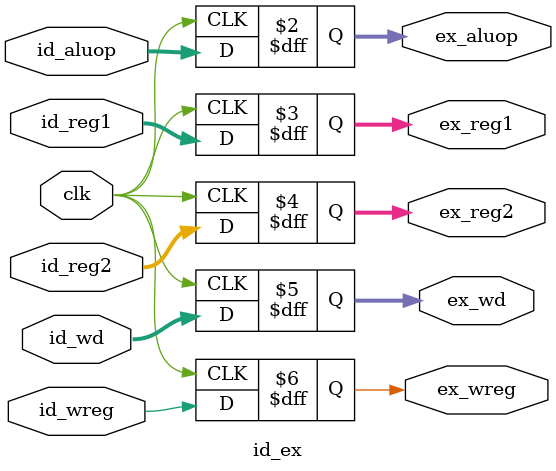
<source format=v>
`timescale 1ns / 1ps



module id_ex(
    input wire clk,
    input wire[13:0] id_aluop,
    input wire[31:0] id_reg1,
    input wire[31:0] id_reg2,
    input wire[4:0] id_wd,
    input wire id_wreg,
    output reg[13:0] ex_aluop,
    output reg[31:0] ex_reg1,
    output reg[31:0] ex_reg2,
    output reg[4:0] ex_wd,
    output reg ex_wreg
    );
    always@(posedge clk)begin
        ex_aluop <= id_aluop;
        ex_reg1 <= id_reg1;
        ex_reg2 <= id_reg2;
        ex_wd <= id_wd;
        ex_wreg <= id_wreg;
    end
endmodule

</source>
